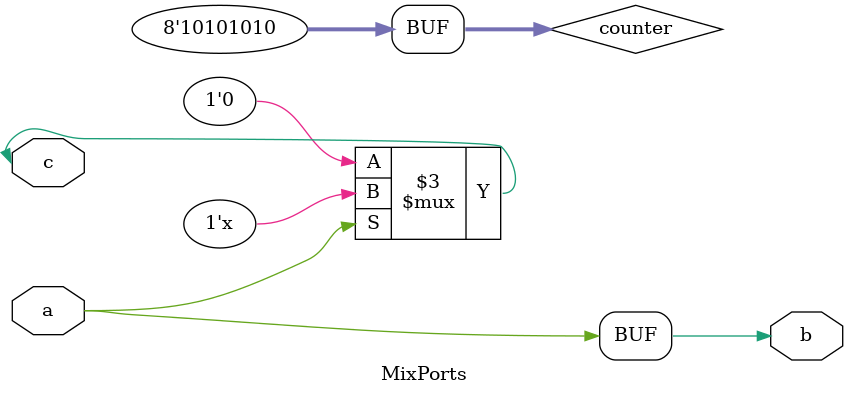
<source format=sv>
module MixPorts(
  input  logic a,
  output logic b,
  inout  wire  c
);
  parameter int P1 = 8;
  
  logic [P1-1:0] counter;
  
  assign b = a;
  assign c = a ? 1'bz : 1'b0;
  
  always_comb begin
    for (int i = 0; i < P1; i++) begin
      counter[i] = i[0];
    end
  end
endmodule
</source>
